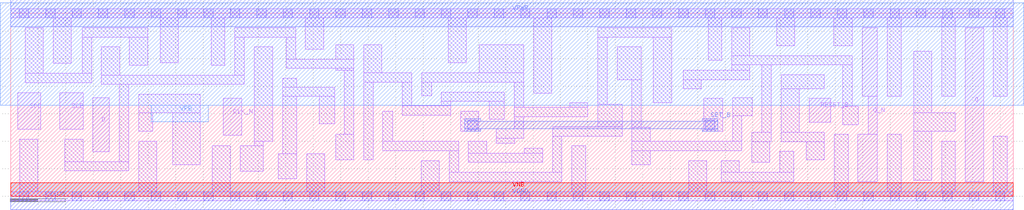
<source format=lef>
# Copyright 2020 The SkyWater PDK Authors
#
# Licensed under the Apache License, Version 2.0 (the "License");
# you may not use this file except in compliance with the License.
# You may obtain a copy of the License at
#
#     https://www.apache.org/licenses/LICENSE-2.0
#
# Unless required by applicable law or agreed to in writing, software
# distributed under the License is distributed on an "AS IS" BASIS,
# WITHOUT WARRANTIES OR CONDITIONS OF ANY KIND, either express or implied.
# See the License for the specific language governing permissions and
# limitations under the License.
#
# SPDX-License-Identifier: Apache-2.0

VERSION 5.7 ;
  NOWIREEXTENSIONATPIN ON ;
  DIVIDERCHAR "/" ;
  BUSBITCHARS "[]" ;
MACRO sky130_fd_sc_lp__sdfbbn_2
  CLASS CORE ;
  FOREIGN sky130_fd_sc_lp__sdfbbn_2 ;
  ORIGIN  0.000000  0.000000 ;
  SIZE  18.24000 BY  3.330000 ;
  SYMMETRY X Y R90 ;
  SITE unit ;
  PIN D
    ANTENNAGATEAREA  0.159000 ;
    DIRECTION INPUT ;
    USE SIGNAL ;
    PORT
      LAYER li1 ;
        RECT 1.495000 0.810000 1.795000 1.795000 ;
    END
  END D
  PIN Q
    ANTENNADIFFAREA  0.588000 ;
    DIRECTION OUTPUT ;
    USE SIGNAL ;
    PORT
      LAYER li1 ;
        RECT 17.365000 0.265000 17.695000 3.065000 ;
    END
  END Q
  PIN Q_N
    ANTENNADIFFAREA  0.588000 ;
    DIRECTION OUTPUT ;
    USE SIGNAL ;
    PORT
      LAYER li1 ;
        RECT 15.410000 0.265000 15.765000 1.125000 ;
        RECT 15.485000 1.815000 15.765000 3.065000 ;
        RECT 15.595000 1.125000 15.765000 1.815000 ;
    END
  END Q_N
  PIN RESET_B
    ANTENNAGATEAREA  0.159000 ;
    DIRECTION INPUT ;
    USE SIGNAL ;
    PORT
      LAYER li1 ;
        RECT 14.525000 1.345000 14.920000 1.780000 ;
    END
  END RESET_B
  PIN SCD
    ANTENNAGATEAREA  0.159000 ;
    DIRECTION INPUT ;
    USE SIGNAL ;
    PORT
      LAYER li1 ;
        RECT 0.125000 1.215000 0.550000 1.885000 ;
    END
  END SCD
  PIN SCE
    ANTENNAGATEAREA  0.318000 ;
    DIRECTION INPUT ;
    USE SIGNAL ;
    PORT
      LAYER li1 ;
        RECT 0.895000 1.215000 1.315000 1.885000 ;
    END
  END SCE
  PIN SET_B
    ANTENNAGATEAREA  0.444000 ;
    DIRECTION INPUT ;
    USE SIGNAL ;
    PORT
      LAYER met1 ;
        RECT  8.255000 1.180000  8.545000 1.225000 ;
        RECT  8.255000 1.225000 12.865000 1.365000 ;
        RECT  8.255000 1.365000  8.545000 1.410000 ;
        RECT 12.575000 1.180000 12.865000 1.225000 ;
        RECT 12.575000 1.365000 12.865000 1.410000 ;
    END
  END SET_B
  PIN CLK_N
    ANTENNAGATEAREA  0.159000 ;
    DIRECTION INPUT ;
    USE CLOCK ;
    PORT
      LAYER li1 ;
        RECT 3.870000 1.110000 4.200000 1.780000 ;
    END
  END CLK_N
  PIN VGND
    DIRECTION INOUT ;
    USE GROUND ;
    PORT
      LAYER met1 ;
        RECT 0.000000 -0.245000 18.240000 0.245000 ;
    END
  END VGND
  PIN VNB
    DIRECTION INOUT ;
    USE GROUND ;
    PORT
      LAYER pwell ;
        RECT 0.000000 0.000000 18.240000 0.245000 ;
    END
  END VNB
  PIN VPB
    DIRECTION INOUT ;
    USE POWER ;
    PORT
      LAYER nwell ;
        RECT -0.190000 1.655000 18.430000 3.520000 ;
        RECT  2.560000 1.355000  3.590000 1.655000 ;
    END
  END VPB
  PIN VPWR
    DIRECTION INOUT ;
    USE POWER ;
    PORT
      LAYER met1 ;
        RECT 0.000000 3.085000 18.240000 3.575000 ;
    END
  END VPWR
  OBS
    LAYER li1 ;
      RECT  0.000000 -0.085000 18.240000 0.085000 ;
      RECT  0.000000  3.245000 18.240000 3.415000 ;
      RECT  0.165000  0.085000  0.495000 1.035000 ;
      RECT  0.260000  2.065000  1.470000 2.235000 ;
      RECT  0.260000  2.235000  0.590000 3.065000 ;
      RECT  0.770000  2.415000  1.100000 3.245000 ;
      RECT  0.985000  0.460000  2.145000 0.630000 ;
      RECT  0.985000  0.630000  1.315000 1.035000 ;
      RECT  1.300000  2.235000  1.470000 2.895000 ;
      RECT  1.300000  2.895000  2.490000 3.065000 ;
      RECT  1.650000  2.035000  4.245000 2.205000 ;
      RECT  1.650000  2.205000  1.980000 2.715000 ;
      RECT  1.975000  0.630000  2.145000 2.035000 ;
      RECT  2.160000  2.385000  2.490000 2.895000 ;
      RECT  2.325000  0.085000  2.655000 1.005000 ;
      RECT  2.325000  1.185000  2.580000 1.515000 ;
      RECT  2.325000  1.515000  3.445000 1.855000 ;
      RECT  2.720000  2.425000  3.050000 3.245000 ;
      RECT  2.945000  0.575000  3.445000 1.515000 ;
      RECT  3.645000  2.385000  3.895000 3.245000 ;
      RECT  3.665000  0.085000  3.995000 0.915000 ;
      RECT  4.075000  2.205000  4.245000 2.895000 ;
      RECT  4.075000  2.895000  5.180000 3.065000 ;
      RECT  4.175000  0.455000  4.595000 0.915000 ;
      RECT  4.425000  0.915000  4.595000 1.005000 ;
      RECT  4.425000  1.005000  4.770000 2.715000 ;
      RECT  4.870000  0.315000  5.200000 0.775000 ;
      RECT  4.950000  0.775000  5.200000 1.815000 ;
      RECT  4.950000  1.815000  5.890000 1.985000 ;
      RECT  4.950000  1.985000  5.200000 2.145000 ;
      RECT  5.010000  2.325000  6.240000 2.495000 ;
      RECT  5.010000  2.495000  5.180000 2.895000 ;
      RECT  5.360000  2.675000  5.690000 3.245000 ;
      RECT  5.380000  0.085000  5.710000 0.775000 ;
      RECT  5.615000  1.315000  5.890000 1.815000 ;
      RECT  5.910000  0.665000  6.240000 1.125000 ;
      RECT  5.910000  2.295000  6.240000 2.325000 ;
      RECT  5.910000  2.495000  6.240000 2.755000 ;
      RECT  6.070000  1.125000  6.240000 2.295000 ;
      RECT  6.420000  0.665000  6.590000 2.075000 ;
      RECT  6.420000  2.075000  7.295000 2.245000 ;
      RECT  6.420000  2.245000  6.750000 2.755000 ;
      RECT  6.770000  0.830000  8.145000 1.000000 ;
      RECT  6.770000  1.000000  6.945000 1.545000 ;
      RECT  7.125000  1.475000  8.005000 1.645000 ;
      RECT  7.125000  1.645000  7.295000 2.075000 ;
      RECT  7.465000  0.085000  7.795000 0.650000 ;
      RECT  7.475000  1.825000  7.655000 2.075000 ;
      RECT  7.475000  2.075000  9.330000 2.245000 ;
      RECT  7.835000  1.645000  8.005000 1.725000 ;
      RECT  7.835000  1.725000  8.980000 1.895000 ;
      RECT  7.955000  2.425000  8.285000 3.245000 ;
      RECT  7.975000  0.265000 10.025000 0.435000 ;
      RECT  7.975000  0.435000  8.145000 0.830000 ;
      RECT  8.185000  1.180000  8.515000 1.545000 ;
      RECT  8.325000  0.615000  9.675000 0.785000 ;
      RECT  8.325000  0.785000  8.655000 1.000000 ;
      RECT  8.525000  2.245000  9.330000 2.755000 ;
      RECT  8.705000  1.405000  8.980000 1.725000 ;
      RECT  8.835000  0.965000  9.165000 1.055000 ;
      RECT  8.835000  1.055000  9.330000 1.225000 ;
      RECT  9.160000  1.225000  9.330000 1.445000 ;
      RECT  9.160000  1.445000 10.500000 1.615000 ;
      RECT  9.160000  1.615000  9.330000 2.075000 ;
      RECT  9.345000  0.785000  9.675000 0.875000 ;
      RECT  9.510000  1.875000  9.840000 3.245000 ;
      RECT  9.855000  0.435000 10.025000 1.095000 ;
      RECT  9.855000  1.095000 11.120000 1.265000 ;
      RECT 10.170000  1.615000 10.500000 1.705000 ;
      RECT 10.205000  0.085000 10.455000 0.915000 ;
      RECT 10.680000  1.265000 11.120000 1.675000 ;
      RECT 10.680000  1.675000 10.850000 2.895000 ;
      RECT 10.680000  2.895000 12.020000 3.065000 ;
      RECT 11.030000  2.120000 11.470000 2.715000 ;
      RECT 11.300000  0.575000 11.630000 0.830000 ;
      RECT 11.300000  0.830000 13.300000 1.000000 ;
      RECT 11.300000  1.000000 11.630000 1.255000 ;
      RECT 11.300000  1.255000 11.470000 2.120000 ;
      RECT 11.690000  1.700000 12.020000 2.895000 ;
      RECT 12.230000  1.960000 12.560000 2.120000 ;
      RECT 12.230000  2.120000 13.445000 2.290000 ;
      RECT 12.335000  0.085000 12.665000 0.650000 ;
      RECT 12.605000  1.180000 12.950000 1.780000 ;
      RECT 12.685000  2.470000 12.935000 3.245000 ;
      RECT 12.925000  0.265000 14.240000 0.435000 ;
      RECT 12.925000  0.435000 13.255000 0.650000 ;
      RECT 13.115000  2.290000 13.445000 2.390000 ;
      RECT 13.115000  2.390000 15.305000 2.560000 ;
      RECT 13.115000  2.560000 13.445000 3.065000 ;
      RECT 13.130000  1.000000 13.300000 1.460000 ;
      RECT 13.130000  1.460000 13.485000 1.790000 ;
      RECT 13.480000  0.615000 13.810000 0.995000 ;
      RECT 13.480000  0.995000 13.835000 1.165000 ;
      RECT 13.665000  1.165000 13.835000 2.390000 ;
      RECT 13.935000  2.740000 14.265000 3.245000 ;
      RECT 13.990000  0.435000 14.240000 0.815000 ;
      RECT 14.015000  0.995000 14.800000 1.165000 ;
      RECT 14.015000  1.165000 14.340000 1.960000 ;
      RECT 14.015000  1.960000 14.795000 2.210000 ;
      RECT 14.470000  0.665000 14.800000 0.995000 ;
      RECT 14.975000  2.740000 15.305000 3.245000 ;
      RECT 14.980000  0.085000 15.230000 1.125000 ;
      RECT 15.135000  1.305000 15.415000 1.635000 ;
      RECT 15.135000  1.635000 15.305000 2.390000 ;
      RECT 15.945000  0.085000 16.195000 1.125000 ;
      RECT 15.945000  1.815000 16.195000 3.245000 ;
      RECT 16.425000  0.295000 16.755000 1.185000 ;
      RECT 16.425000  1.185000 17.185000 1.515000 ;
      RECT 16.425000  1.515000 16.755000 2.640000 ;
      RECT 16.935000  0.085000 17.185000 1.005000 ;
      RECT 16.935000  1.815000 17.185000 3.245000 ;
      RECT 17.875000  0.085000 18.125000 1.095000 ;
      RECT 17.875000  1.815000 18.125000 3.245000 ;
    LAYER mcon ;
      RECT  0.155000 -0.085000  0.325000 0.085000 ;
      RECT  0.155000  3.245000  0.325000 3.415000 ;
      RECT  0.635000 -0.085000  0.805000 0.085000 ;
      RECT  0.635000  3.245000  0.805000 3.415000 ;
      RECT  1.115000 -0.085000  1.285000 0.085000 ;
      RECT  1.115000  3.245000  1.285000 3.415000 ;
      RECT  1.595000 -0.085000  1.765000 0.085000 ;
      RECT  1.595000  3.245000  1.765000 3.415000 ;
      RECT  2.075000 -0.085000  2.245000 0.085000 ;
      RECT  2.075000  3.245000  2.245000 3.415000 ;
      RECT  2.555000 -0.085000  2.725000 0.085000 ;
      RECT  2.555000  3.245000  2.725000 3.415000 ;
      RECT  3.035000 -0.085000  3.205000 0.085000 ;
      RECT  3.035000  3.245000  3.205000 3.415000 ;
      RECT  3.515000 -0.085000  3.685000 0.085000 ;
      RECT  3.515000  3.245000  3.685000 3.415000 ;
      RECT  3.995000 -0.085000  4.165000 0.085000 ;
      RECT  3.995000  3.245000  4.165000 3.415000 ;
      RECT  4.475000 -0.085000  4.645000 0.085000 ;
      RECT  4.475000  3.245000  4.645000 3.415000 ;
      RECT  4.955000 -0.085000  5.125000 0.085000 ;
      RECT  4.955000  3.245000  5.125000 3.415000 ;
      RECT  5.435000 -0.085000  5.605000 0.085000 ;
      RECT  5.435000  3.245000  5.605000 3.415000 ;
      RECT  5.915000 -0.085000  6.085000 0.085000 ;
      RECT  5.915000  3.245000  6.085000 3.415000 ;
      RECT  6.395000 -0.085000  6.565000 0.085000 ;
      RECT  6.395000  3.245000  6.565000 3.415000 ;
      RECT  6.875000 -0.085000  7.045000 0.085000 ;
      RECT  6.875000  3.245000  7.045000 3.415000 ;
      RECT  7.355000 -0.085000  7.525000 0.085000 ;
      RECT  7.355000  3.245000  7.525000 3.415000 ;
      RECT  7.835000 -0.085000  8.005000 0.085000 ;
      RECT  7.835000  3.245000  8.005000 3.415000 ;
      RECT  8.315000 -0.085000  8.485000 0.085000 ;
      RECT  8.315000  1.210000  8.485000 1.380000 ;
      RECT  8.315000  3.245000  8.485000 3.415000 ;
      RECT  8.795000 -0.085000  8.965000 0.085000 ;
      RECT  8.795000  3.245000  8.965000 3.415000 ;
      RECT  9.275000 -0.085000  9.445000 0.085000 ;
      RECT  9.275000  3.245000  9.445000 3.415000 ;
      RECT  9.755000 -0.085000  9.925000 0.085000 ;
      RECT  9.755000  3.245000  9.925000 3.415000 ;
      RECT 10.235000 -0.085000 10.405000 0.085000 ;
      RECT 10.235000  3.245000 10.405000 3.415000 ;
      RECT 10.715000 -0.085000 10.885000 0.085000 ;
      RECT 10.715000  3.245000 10.885000 3.415000 ;
      RECT 11.195000 -0.085000 11.365000 0.085000 ;
      RECT 11.195000  3.245000 11.365000 3.415000 ;
      RECT 11.675000 -0.085000 11.845000 0.085000 ;
      RECT 11.675000  3.245000 11.845000 3.415000 ;
      RECT 12.155000 -0.085000 12.325000 0.085000 ;
      RECT 12.155000  3.245000 12.325000 3.415000 ;
      RECT 12.635000 -0.085000 12.805000 0.085000 ;
      RECT 12.635000  1.210000 12.805000 1.380000 ;
      RECT 12.635000  3.245000 12.805000 3.415000 ;
      RECT 13.115000 -0.085000 13.285000 0.085000 ;
      RECT 13.115000  3.245000 13.285000 3.415000 ;
      RECT 13.595000 -0.085000 13.765000 0.085000 ;
      RECT 13.595000  3.245000 13.765000 3.415000 ;
      RECT 14.075000 -0.085000 14.245000 0.085000 ;
      RECT 14.075000  3.245000 14.245000 3.415000 ;
      RECT 14.555000 -0.085000 14.725000 0.085000 ;
      RECT 14.555000  3.245000 14.725000 3.415000 ;
      RECT 15.035000 -0.085000 15.205000 0.085000 ;
      RECT 15.035000  3.245000 15.205000 3.415000 ;
      RECT 15.515000 -0.085000 15.685000 0.085000 ;
      RECT 15.515000  3.245000 15.685000 3.415000 ;
      RECT 15.995000 -0.085000 16.165000 0.085000 ;
      RECT 15.995000  3.245000 16.165000 3.415000 ;
      RECT 16.475000 -0.085000 16.645000 0.085000 ;
      RECT 16.475000  3.245000 16.645000 3.415000 ;
      RECT 16.955000 -0.085000 17.125000 0.085000 ;
      RECT 16.955000  3.245000 17.125000 3.415000 ;
      RECT 17.435000 -0.085000 17.605000 0.085000 ;
      RECT 17.435000  3.245000 17.605000 3.415000 ;
      RECT 17.915000 -0.085000 18.085000 0.085000 ;
      RECT 17.915000  3.245000 18.085000 3.415000 ;
  END
END sky130_fd_sc_lp__sdfbbn_2
END LIBRARY

</source>
